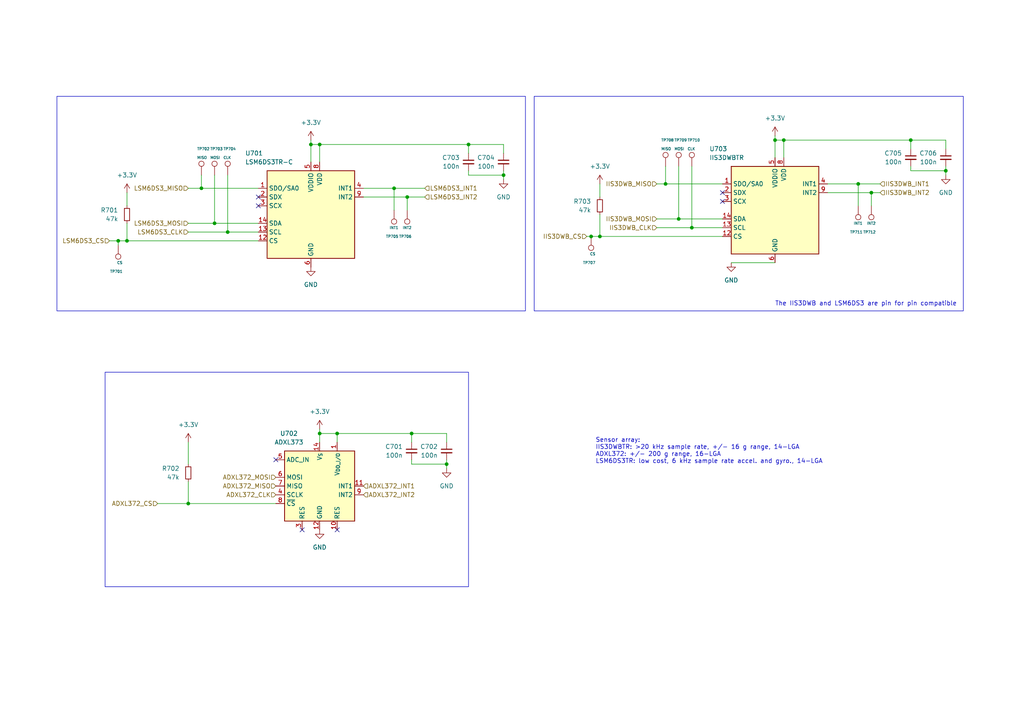
<source format=kicad_sch>
(kicad_sch (version 20231120) (generator "eeschema") (generator_version "8.0")
  (paper "A4")
  (lib_symbols
    (symbol "Connector:TestPoint" (pin_numbers hide) (pin_names (offset 0.762) hide)
      (property "Reference" "TP" (at 0 6.858 0))
      (property "Value" "TestPoint" (at 0 5.08 0))
      (symbol "TestPoint_0_1"
        (circle (center 0 3.302) (radius 0.762))
      )
      (symbol "TestPoint_1_1"
        (pin passive line (at 0 0 90) (length 2.54) (name "1") (number "1"))
      )
    )
    (symbol "Device:C_Small" (pin_numbers hide) (pin_names (offset 0.254) hide)
      (property "Reference" "C" (at 0.254 1.778 0))
      (property "Value" "C_Small" (at 0.254 -2.032 0))
      (symbol "C_Small_0_1"
        (polyline (pts (xy -1.524 -0.508) (xy 1.524 -0.508)) (stroke (width 0.3302)))
        (polyline (pts (xy -1.524 0.508) (xy 1.524 0.508)) (stroke (width 0.3048)))
      )
      (symbol "C_Small_1_1"
        (pin passive line (at 0 2.54 270) (length 2.032) (name "~") (number "1"))
        (pin passive line (at 0 -2.54 90) (length 2.032) (name "~") (number "2"))
      )
    )
    (symbol "Device:R_Small" (pin_numbers hide) (pin_names (offset 0.254) hide)
      (property "Reference" "R" (at 0.762 0.508 0))
      (property "Value" "R_Small" (at 0.762 -1.016 0))
      (symbol "R_Small_0_1"
        (rectangle (start -0.762 1.778) (end 0.762 -1.778) (stroke (width 0.2032)))
      )
      (symbol "R_Small_1_1"
        (pin passive line (at 0 2.54 270) (length 0.762) (name "~") (number "1"))
        (pin passive line (at 0 -2.54 90) (length 0.762) (name "~") (number "2"))
      )
    )
    (symbol "Sensor_Motion:ADXL363"
      (property "Reference" "U" (at -8.89 11.43 0))
      (property "Value" "ADXL363" (at 6.35 11.43 0))
      (symbol "ADXL363_0_1"
        (rectangle (start -10.16 10.16) (end 10.16 -10.16) (stroke (width 0.254)) (fill (type background)))
      )
      (symbol "ADXL363_1_1"
        (pin power_in line (at 5.08 12.7 270) (length 2.54) (name "V_{DD_I/O}") (number "1"))
        (pin passive line (at 5.08 -12.7 90) (length 2.54) (name "RES") (number "10"))
        (pin output line (at 12.7 0 180) (length 2.54) (name "INT1") (number "11"))
        (pin power_in line (at 0 -12.7 90) (length 2.54) (name "GND") (number "12"))
        (pin passive line (at 0 -12.7 90) (length 2.54) hide (name "GND") (number "13"))
        (pin power_in line (at 0 12.7 270) (length 2.54) (name "V_{S}") (number "14"))
        (pin passive line (at 0 -12.7 90) (length 2.54) hide (name "GND") (number "16"))
        (pin passive line (at -5.08 -12.7 90) (length 2.54) (name "RES") (number "3"))
        (pin input line (at -12.7 -2.54 0) (length 2.54) (name "SCLK") (number "4"))
        (pin input line (at -12.7 7.62 0) (length 2.54) (name "ADC_IN") (number "5"))
        (pin input line (at -12.7 2.54 0) (length 2.54) (name "MOSI") (number "6"))
        (pin output line (at -12.7 0 0) (length 2.54) (name "MISO") (number "7"))
        (pin input line (at -12.7 -5.08 0) (length 2.54) (name "~{CS}") (number "8"))
        (pin output line (at 12.7 -2.54 180) (length 2.54) (name "INT2") (number "9"))
      )
    )
    (symbol "Sensor_Motion:LSM6DS3"
      (property "Reference" "U" (at -11.43 15.24 0))
      (property "Value" "LSM6DS3" (at -11.43 12.7 0))
      (symbol "LSM6DS3_0_1"
        (rectangle (start -12.7 12.7) (end 12.7 -12.7) (stroke (width 0.254)) (fill (type background)))
      )
      (symbol "LSM6DS3_1_1"
        (pin bidirectional line (at -15.24 7.62 0) (length 2.54) (name "SDO/SA0") (number "1"))
        (pin no_connect line (at 12.7 -5.08 180) (length 3.81) hide (name "NC") (number "10"))
        (pin no_connect line (at 12.7 -2.54 180) (length 3.81) hide (name "NC") (number "11"))
        (pin input line (at -15.24 -7.62 0) (length 2.54) (name "CS") (number "12"))
        (pin input line (at -15.24 -5.08 0) (length 2.54) (name "SCL") (number "13"))
        (pin bidirectional line (at -15.24 -2.54 0) (length 2.54) (name "SDA") (number "14"))
        (pin bidirectional line (at -15.24 5.08 0) (length 2.54) (name "SDX") (number "2"))
        (pin input line (at -15.24 2.54 0) (length 2.54) (name "SCX") (number "3"))
        (pin output line (at 15.24 7.62 180) (length 2.54) (name "INT1") (number "4"))
        (pin power_in line (at 0 15.24 270) (length 2.54) (name "VDDIO") (number "5"))
        (pin power_in line (at 0 -15.24 90) (length 2.54) (name "GND") (number "6"))
        (pin passive line (at 0 -15.24 90) (length 2.54) hide (name "GND") (number "7"))
        (pin power_in line (at 2.54 15.24 270) (length 2.54) (name "VDD") (number "8"))
        (pin output line (at 15.24 5.08 180) (length 2.54) (name "INT2") (number "9"))
      )
    )
    (symbol "power:+3.3V" (power) (pin_names (offset 0))
      (property "Value" "+3.3V" (at 0 3.556 0))
      (symbol "+3.3V_0_1"
        (polyline (pts (xy -0.762 1.27) (xy 0 2.54)))
        (polyline (pts (xy 0 0) (xy 0 2.54)))
        (polyline (pts (xy 0 2.54) (xy 0.762 1.27)))
      )
      (symbol "+3.3V_1_1"
        (pin power_in line (at 0 0 90) (length 0) hide (name "+3.3V") (number "1"))
      )
    )
    (symbol "power:GND" (power) (pin_names (offset 0))
      (property "Value" "GND" (at 0 -3.81 0))
      (symbol "GND_0_1"
        (polyline (pts (xy 0 0) (xy 0 -1.27) (xy 1.27 -1.27) (xy 0 -2.54) (xy -1.27 -1.27) (xy 0 -1.27)))
      )
      (symbol "GND_1_1"
        (pin power_in line (at 0 0 270) (length 0) hide (name "GND") (number "1"))
      )
    )
  )
  (junction (at 146.05 50.8))
  (junction (at 224.79 40.64))
  (junction (at 118.11 57.15))
  (junction (at 92.71 125.73))
  (junction (at 62.23 64.77))
  (junction (at 90.17 41.91))
  (junction (at 248.92 53.34))
  (junction (at 252.73 55.88))
  (junction (at 135.89 41.91))
  (junction (at 58.42 54.61))
  (junction (at 129.54 134.62))
  (junction (at 171.45 68.58))
  (junction (at 274.32 49.53))
  (junction (at 34.29 69.85))
  (junction (at 173.99 68.58))
  (junction (at 114.3 54.61))
  (junction (at 264.16 40.64))
  (junction (at 227.33 40.64))
  (junction (at 54.61 146.05))
  (junction (at 119.38 125.73))
  (junction (at 193.04 53.34))
  (junction (at 66.04 67.31))
  (junction (at 200.66 66.04))
  (junction (at 92.71 41.91))
  (junction (at 97.79 125.73))
  (junction (at 36.83 69.85))
  (junction (at 196.85 63.5))
  (no_connect (at 74.93 57.15))
  (no_connect (at 209.55 58.42))
  (no_connect (at 80.01 133.35))
  (no_connect (at 74.93 59.69))
  (no_connect (at 97.79 153.67))
  (no_connect (at 87.63 153.67))
  (no_connect (at 209.55 55.88))
  (wire (pts (xy 123.19 54.61) (xy 114.3 54.61)))
  (wire (pts (xy 135.89 41.91) (xy 146.05 41.91)))
  (wire (pts (xy 34.29 69.85) (xy 36.83 69.85)))
  (wire (pts (xy 123.19 57.15) (xy 118.11 57.15)))
  (wire (pts (xy 129.54 125.73) (xy 129.54 128.27)))
  (wire (pts (xy 227.33 40.64) (xy 224.79 40.64)))
  (wire (pts (xy 118.11 57.15) (xy 105.41 57.15)))
  (wire (pts (xy 129.54 134.62) (xy 129.54 135.89)))
  (wire (pts (xy 190.5 53.34) (xy 193.04 53.34)))
  (wire (pts (xy 31.75 69.85) (xy 34.29 69.85)))
  (wire (pts (xy 62.23 50.8) (xy 62.23 64.77)))
  (wire (pts (xy 274.32 48.26) (xy 274.32 49.53)))
  (wire (pts (xy 264.16 48.26) (xy 264.16 49.53)))
  (wire (pts (xy 62.23 64.77) (xy 74.93 64.77)))
  (wire (pts (xy 196.85 48.26) (xy 196.85 63.5)))
  (wire (pts (xy 58.42 54.61) (xy 74.93 54.61)))
  (wire (pts (xy 54.61 64.77) (xy 62.23 64.77)))
  (wire (pts (xy 36.83 64.77) (xy 36.83 69.85)))
  (wire (pts (xy 119.38 134.62) (xy 129.54 134.62)))
  (wire (pts (xy 173.99 68.58) (xy 209.55 68.58)))
  (wire (pts (xy 227.33 40.64) (xy 264.16 40.64)))
  (wire (pts (xy 146.05 49.53) (xy 146.05 50.8)))
  (wire (pts (xy 264.16 40.64) (xy 274.32 40.64)))
  (wire (pts (xy 119.38 133.35) (xy 119.38 134.62)))
  (wire (pts (xy 170.18 68.58) (xy 171.45 68.58)))
  (wire (pts (xy 118.11 57.15) (xy 118.11 60.96)))
  (wire (pts (xy 119.38 125.73) (xy 129.54 125.73)))
  (wire (pts (xy 114.3 54.61) (xy 105.41 54.61)))
  (wire (pts (xy 173.99 53.34) (xy 173.99 57.15)))
  (wire (pts (xy 193.04 53.34) (xy 209.55 53.34)))
  (wire (pts (xy 248.92 53.34) (xy 248.92 59.69)))
  (wire (pts (xy 200.66 48.26) (xy 200.66 66.04)))
  (wire (pts (xy 274.32 40.64) (xy 274.32 43.18)))
  (wire (pts (xy 119.38 125.73) (xy 119.38 128.27)))
  (wire (pts (xy 173.99 62.23) (xy 173.99 68.58)))
  (wire (pts (xy 58.42 50.8) (xy 58.42 54.61)))
  (wire (pts (xy 36.83 55.88) (xy 36.83 59.69)))
  (wire (pts (xy 193.04 48.26) (xy 193.04 53.34)))
  (wire (pts (xy 92.71 41.91) (xy 90.17 41.91)))
  (wire (pts (xy 54.61 54.61) (xy 58.42 54.61)))
  (wire (pts (xy 200.66 66.04) (xy 209.55 66.04)))
  (wire (pts (xy 146.05 41.91) (xy 146.05 44.45)))
  (wire (pts (xy 92.71 125.73) (xy 97.79 125.73)))
  (wire (pts (xy 135.89 50.8) (xy 146.05 50.8)))
  (wire (pts (xy 92.71 46.99) (xy 92.71 41.91)))
  (wire (pts (xy 224.79 39.37) (xy 224.79 40.64)))
  (wire (pts (xy 252.73 55.88) (xy 252.73 59.69)))
  (wire (pts (xy 196.85 63.5) (xy 209.55 63.5)))
  (wire (pts (xy 114.3 54.61) (xy 114.3 60.96)))
  (wire (pts (xy 90.17 41.91) (xy 90.17 46.99)))
  (wire (pts (xy 36.83 69.85) (xy 74.93 69.85)))
  (wire (pts (xy 54.61 146.05) (xy 54.61 139.7)))
  (wire (pts (xy 129.54 133.35) (xy 129.54 134.62)))
  (wire (pts (xy 190.5 66.04) (xy 200.66 66.04)))
  (wire (pts (xy 135.89 41.91) (xy 135.89 44.45)))
  (wire (pts (xy 135.89 49.53) (xy 135.89 50.8)))
  (wire (pts (xy 97.79 125.73) (xy 97.79 128.27)))
  (wire (pts (xy 255.27 55.88) (xy 252.73 55.88)))
  (wire (pts (xy 274.32 49.53) (xy 274.32 50.8)))
  (wire (pts (xy 146.05 50.8) (xy 146.05 52.07)))
  (wire (pts (xy 54.61 128.27) (xy 54.61 134.62)))
  (wire (pts (xy 252.73 55.88) (xy 240.03 55.88)))
  (wire (pts (xy 45.72 146.05) (xy 54.61 146.05)))
  (wire (pts (xy 34.29 69.85) (xy 34.29 71.12)))
  (wire (pts (xy 54.61 67.31) (xy 66.04 67.31)))
  (wire (pts (xy 90.17 40.64) (xy 90.17 41.91)))
  (wire (pts (xy 264.16 49.53) (xy 274.32 49.53)))
  (wire (pts (xy 92.71 124.46) (xy 92.71 125.73)))
  (wire (pts (xy 97.79 125.73) (xy 119.38 125.73)))
  (wire (pts (xy 227.33 45.72) (xy 227.33 40.64)))
  (wire (pts (xy 224.79 76.2) (xy 212.09 76.2)))
  (wire (pts (xy 171.45 68.58) (xy 173.99 68.58)))
  (wire (pts (xy 54.61 146.05) (xy 80.01 146.05)))
  (wire (pts (xy 66.04 67.31) (xy 74.93 67.31)))
  (wire (pts (xy 92.71 125.73) (xy 92.71 128.27)))
  (wire (pts (xy 190.5 63.5) (xy 196.85 63.5)))
  (wire (pts (xy 92.71 41.91) (xy 135.89 41.91)))
  (wire (pts (xy 66.04 50.8) (xy 66.04 67.31)))
  (wire (pts (xy 255.27 53.34) (xy 248.92 53.34)))
  (wire (pts (xy 224.79 40.64) (xy 224.79 45.72)))
  (wire (pts (xy 248.92 53.34) (xy 240.03 53.34)))
  (wire (pts (xy 264.16 40.64) (xy 264.16 43.18)))
  (rectangle (start 16.51 27.94) (end 152.4 90.17))
  (rectangle (start 30.48 107.95) (end 135.89 170.18))
  (rectangle (start 154.94 27.94) (end 279.4 90.17))
  (text "Sensor array:\nIIS3DWBTR: >20 kHz sample rate, +/- 16 g range, 14-LGA\nADXL372: +/- 200 g range, 16-LGA\nLSM6DS3TR: low cost, 6 kHz sample rate accel. and gyro., 14-LGA" (at 172.72 134.62 0) (effects (font (size 1.27 1.27)) (justify left bottom)))
  (text "The IIS3DWB and LSM6DS3 are pin for pin compatible" (at 224.79 88.9 0) (effects (font (size 1.27 1.27)) (justify left bottom)))
  (hierarchical_label "LSM6DS3_CLK" (shape input) (at 54.61 67.31 180))
  (hierarchical_label "IIS3DWB_INT2" (shape input) (at 255.27 55.88 0))
  (hierarchical_label "ADXL372_CS" (shape input) (at 45.72 146.05 180))
  (hierarchical_label "ADXL372_INT2" (shape input) (at 105.41 143.51 0))
  (hierarchical_label "LSM6DS3_MOSI" (shape input) (at 54.61 64.77 180))
  (hierarchical_label "IIS3DWB_MISO" (shape input) (at 190.5 53.34 180))
  (hierarchical_label "LSM6DS3_CS" (shape input) (at 31.75 69.85 180))
  (hierarchical_label "LSM6DS3_INT2" (shape input) (at 123.19 57.15 0))
  (hierarchical_label "LSM6DS3_MISO" (shape input) (at 54.61 54.61 180))
  (hierarchical_label "ADXL372_MOSI" (shape input) (at 80.01 138.43 180))
  (hierarchical_label "IIS3DWB_CS" (shape input) (at 170.18 68.58 180))
  (hierarchical_label "LSM6DS3_INT1" (shape input) (at 123.19 54.61 0))
  (hierarchical_label "ADXL372_INT1" (shape input) (at 105.41 140.97 0))
  (hierarchical_label "IIS3DWB_CLK" (shape input) (at 190.5 66.04 180))
  (hierarchical_label "ADXL372_MISO" (shape input) (at 80.01 140.97 180))
  (hierarchical_label "IIS3DWB_MOSI" (shape input) (at 190.5 63.5 180))
  (hierarchical_label "ADXL372_CLK" (shape input) (at 80.01 143.51 180))
  (hierarchical_label "IIS3DWB_INT1" (shape input) (at 255.27 53.34 0))
  (symbol (lib_id "Device:C_Small") (at 119.38 130.81 0) (mirror y) (unit 1)
    (property "Reference" "C701" (at 116.84 129.54 0) (effects (justify left)))
    (property "Value" "100n" (at 116.84 132.08 0) (effects (justify left)))
    (property "Footprint" "Capacitor_SMD:C_0402_1005Metric" (effects (hide yes)))
    (property "LCSC" "C1525" (effects (hide yes)))
    (instances (project "ActiveImpactor_Control" (path "" (reference "C701") (unit 1))) (project "AccelerometerEval" (path "" (reference "C?") (unit 1)) (path "" (reference "C602") (unit 1))))
  )
  (symbol (lib_id "Device:R_Small") (at 36.83 62.23 0) (mirror y) (unit 1)
    (property "Reference" "R701" (at 34.29 60.96 0) (effects (justify left)))
    (property "Value" "47k" (at 34.29 63.5 0) (effects (justify left)))
    (property "Footprint" "Resistor_SMD:R_0402_1005Metric" (effects (hide yes)))
    (property "LCSC" "C25792" (effects (hide yes)))
  )
  (symbol (lib_id "Connector:TestPoint") (at 193.04 48.26 0) (unit 1) (in_bom no)
    (property "Reference" "TP708" (at 191.77 40.64 0) (effects (font (size 0.762 0.762)) (justify left)))
    (property "Value" "MISO" (at 191.77 43.18 0) (effects (font (size 0.762 0.762)) (justify left)))
    (property "Footprint" "TestPoint:TestPoint_Pad_D1.0mm" (effects (hide yes)))
  )
  (symbol (lib_id "Device:R_Small") (at 54.61 137.16 0) (mirror y) (unit 1)
    (property "Reference" "R702" (at 52.07 135.89 0) (effects (justify left)))
    (property "Value" "47k" (at 52.07 138.43 0) (effects (justify left)))
    (property "Footprint" "Resistor_SMD:R_0402_1005Metric" (effects (hide yes)))
    (property "LCSC" "C25792" (effects (hide yes)))
  )
  (symbol (lib_id "power:+3.3V") (at 90.17 40.64 0) (unit 1)
    (property "Reference" "#PWR0703" (effects (hide yes)))
    (property "Value" "+3.3V" (at 90.17 35.56 0))
    (instances (project "ActiveImpactor_Control" (path "" (reference "#PWR0703") (unit 1))) (project "AccelerometerEval" (path "" (reference "#PWR040") (unit 1)) (path "" (reference "#PWR0601") (unit 1))))
  )
  (symbol (lib_id "Connector:TestPoint") (at 252.73 59.69 180) (unit 1) (in_bom no)
    (property "Reference" "TP712" (at 254 67.31 0) (effects (font (size 0.762 0.762)) (justify left)))
    (property "Value" "INT2" (at 254 64.77 0) (effects (font (size 0.762 0.762)) (justify left)))
    (property "Footprint" "TestPoint:TestPoint_Pad_D1.0mm" (effects (hide yes)))
  )
  (symbol (lib_id "Sensor_Motion:LSM6DS3") (at 90.17 62.23 0) (unit 1)
    (property "Reference" "U701" (at 71.12 44.45 0) (effects (justify left)))
    (property "Value" "LSM6DS3TR-C" (at 71.12 46.99 0) (effects (justify left)))
    (property "Footprint" "Package_LGA:LGA-14_3x2.5mm_P0.5mm_LayoutBorder3x4y" (effects (hide yes)))
    (property "Datasheet" "https://www.st.com/resource/en/datasheet/lsm6ds3tr-c.pdf" (effects (hide yes)))
    (property "LCSC" "C967633" (effects (hide yes)))
    (instances (project "ActiveImpactor_Control" (path "" (reference "U701") (unit 1))) (project "AccelerometerEval" (path "" (reference "U?") (unit 1)) (path "" (reference "U601") (unit 1))))
  )
  (symbol (lib_id "power:+3.3V") (at 224.79 39.37 0) (unit 1)
    (property "Reference" "#PWR0711" (effects (hide yes)))
    (property "Value" "+3.3V" (at 224.79 34.29 0))
    (instances (project "ActiveImpactor_Control" (path "" (reference "#PWR0711") (unit 1))) (project "AccelerometerEval" (path "" (reference "#PWR040") (unit 1)) (path "" (reference "#PWR0607") (unit 1))))
  )
  (symbol (lib_id "power:GND") (at 90.17 77.47 0) (unit 1)
    (property "Reference" "#PWR0704" (effects (hide yes)))
    (property "Value" "GND" (at 90.17 82.55 0))
    (instances (project "ActiveImpactor_Control" (path "" (reference "#PWR0704") (unit 1))) (project "AccelerometerEval" (path "" (reference "#PWR039") (unit 1)) (path "" (reference "#PWR0602") (unit 1))))
  )
  (symbol (lib_id "Device:C_Small") (at 264.16 45.72 0) (mirror y) (unit 1)
    (property "Reference" "C705" (at 261.62 44.45 0) (effects (justify left)))
    (property "Value" "100n" (at 261.62 46.99 0) (effects (justify left)))
    (property "Footprint" "Capacitor_SMD:C_0402_1005Metric" (effects (hide yes)))
    (property "LCSC" "C1525" (effects (hide yes)))
    (instances (project "ActiveImpactor_Control" (path "" (reference "C705") (unit 1))) (project "AccelerometerEval" (path "" (reference "C?") (unit 1)) (path "" (reference "C605") (unit 1))))
  )
  (symbol (lib_id "Connector:TestPoint") (at 200.66 48.26 0) (unit 1) (in_bom no)
    (property "Reference" "TP710" (at 199.39 40.64 0) (effects (font (size 0.762 0.762)) (justify left)))
    (property "Value" "CLK" (at 199.39 43.18 0) (effects (font (size 0.762 0.762)) (justify left)))
    (property "Footprint" "TestPoint:TestPoint_Pad_D1.0mm" (effects (hide yes)))
  )
  (symbol (lib_id "Device:C_Small") (at 146.05 46.99 0) (mirror y) (unit 1)
    (property "Reference" "C704" (at 143.51 45.72 0) (effects (justify left)))
    (property "Value" "100n" (at 143.51 48.26 0) (effects (justify left)))
    (property "Footprint" "Capacitor_SMD:C_0402_1005Metric" (effects (hide yes)))
    (property "LCSC" "C1525" (effects (hide yes)))
    (instances (project "ActiveImpactor_Control" (path "" (reference "C704") (unit 1))) (project "AccelerometerEval" (path "" (reference "C?") (unit 1)) (path "" (reference "C603") (unit 1))))
  )
  (symbol (lib_id "Device:C_Small") (at 135.89 46.99 0) (mirror y) (unit 1)
    (property "Reference" "C703" (at 133.35 45.72 0) (effects (justify left)))
    (property "Value" "100n" (at 133.35 48.26 0) (effects (justify left)))
    (property "Footprint" "Capacitor_SMD:C_0402_1005Metric" (effects (hide yes)))
    (property "LCSC" "C1525" (effects (hide yes)))
    (instances (project "ActiveImpactor_Control" (path "" (reference "C703") (unit 1))) (project "AccelerometerEval" (path "" (reference "C?") (unit 1)) (path "" (reference "C601") (unit 1))))
  )
  (symbol (lib_id "Sensor_Motion:LSM6DS3") (at 224.79 60.96 0) (unit 1)
    (property "Reference" "U703" (at 205.74 43.18 0) (effects (justify left)))
    (property "Value" "IIS3DWBTR" (at 205.74 45.72 0) (effects (justify left)))
    (property "Footprint" "Package_LGA:LGA-14_3x2.5mm_P0.5mm_LayoutBorder3x4y" (effects (hide yes)))
    (property "Datasheet" "https://www.st.com/content/ccc/resource/technical/document/datasheet/group3/14/0e/2b/1d/77/d0/46/f6/DM00501492/files/DM00501492.pdf/jcr:content/translations/en.DM00501492.pdf" (effects (hide yes)))
    (property "LCSC" "C717702" (effects (hide yes)))
    (instances (project "ActiveImpactor_Control" (path "" (reference "U703") (unit 1))) (project "AccelerometerEval" (path "" (reference "U?") (unit 1)) (path "" (reference "U603") (unit 1))))
  )
  (symbol (lib_id "Connector:TestPoint") (at 34.29 71.12 180) (unit 1) (in_bom no)
    (property "Reference" "TP701" (at 35.56 78.74 0) (effects (font (size 0.762 0.762)) (justify left)))
    (property "Value" "CS" (at 35.56 76.2 0) (effects (font (size 0.762 0.762)) (justify left)))
    (property "Footprint" "TestPoint:TestPoint_Pad_D1.0mm" (effects (hide yes)))
  )
  (symbol (lib_id "power:GND") (at 212.09 76.2 0) (unit 1)
    (property "Reference" "#PWR0710" (effects (hide yes)))
    (property "Value" "GND" (at 212.09 81.28 0))
    (instances (project "ActiveImpactor_Control" (path "" (reference "#PWR0710") (unit 1))) (project "AccelerometerEval" (path "" (reference "#PWR039") (unit 1)) (path "" (reference "#PWR0608") (unit 1))))
  )
  (symbol (lib_id "Connector:TestPoint") (at 66.04 50.8 0) (unit 1) (in_bom no)
    (property "Reference" "TP704" (at 64.77 43.18 0) (effects (font (size 0.762 0.762)) (justify left)))
    (property "Value" "CLK" (at 64.77 45.72 0) (effects (font (size 0.762 0.762)) (justify left)))
    (property "Footprint" "TestPoint:TestPoint_Pad_D1.0mm" (effects (hide yes)))
  )
  (symbol (lib_id "power:+3.3V") (at 92.71 124.46 0) (unit 1)
    (property "Reference" "#PWR0705" (effects (hide yes)))
    (property "Value" "+3.3V" (at 92.71 119.38 0))
    (instances (project "ActiveImpactor_Control" (path "" (reference "#PWR0705") (unit 1))) (project "AccelerometerEval" (path "" (reference "#PWR040") (unit 1)) (path "" (reference "#PWR0603") (unit 1))))
  )
  (symbol (lib_id "Connector:TestPoint") (at 58.42 50.8 0) (unit 1) (in_bom no)
    (property "Reference" "TP702" (at 57.15 43.18 0) (effects (font (size 0.762 0.762)) (justify left)))
    (property "Value" "MISO" (at 57.15 45.72 0) (effects (font (size 0.762 0.762)) (justify left)))
    (property "Footprint" "TestPoint:TestPoint_Pad_D1.0mm" (effects (hide yes)))
  )
  (symbol (lib_id "power:+3.3V") (at 36.83 55.88 0) (unit 1)
    (property "Reference" "#PWR0701" (effects (hide yes)))
    (property "Value" "+3.3V" (at 36.83 50.8 0))
    (instances (project "ActiveImpactor_Control" (path "" (reference "#PWR0701") (unit 1))) (project "AccelerometerEval" (path "" (reference "#PWR040") (unit 1)) (path "" (reference "#PWR0601") (unit 1))))
  )
  (symbol (lib_id "Device:C_Small") (at 129.54 130.81 0) (mirror y) (unit 1)
    (property "Reference" "C702" (at 127 129.54 0) (effects (justify left)))
    (property "Value" "100n" (at 127 132.08 0) (effects (justify left)))
    (property "Footprint" "Capacitor_SMD:C_0402_1005Metric" (effects (hide yes)))
    (property "LCSC" "C1525" (effects (hide yes)))
    (instances (project "ActiveImpactor_Control" (path "" (reference "C702") (unit 1))) (project "AccelerometerEval" (path "" (reference "C?") (unit 1)) (path "" (reference "C604") (unit 1))))
  )
  (symbol (lib_id "Connector:TestPoint") (at 196.85 48.26 0) (unit 1) (in_bom no)
    (property "Reference" "TP709" (at 195.58 40.64 0) (effects (font (size 0.762 0.762)) (justify left)))
    (property "Value" "MOSI" (at 195.58 43.18 0) (effects (font (size 0.762 0.762)) (justify left)))
    (property "Footprint" "TestPoint:TestPoint_Pad_D1.0mm" (effects (hide yes)))
  )
  (symbol (lib_id "Device:R_Small") (at 173.99 59.69 0) (mirror y) (unit 1)
    (property "Reference" "R703" (at 171.45 58.42 0) (effects (justify left)))
    (property "Value" "47k" (at 171.45 60.96 0) (effects (justify left)))
    (property "Footprint" "Resistor_SMD:R_0402_1005Metric" (effects (hide yes)))
    (property "LCSC" "C25792" (effects (hide yes)))
  )
  (symbol (lib_id "power:+3.3V") (at 173.99 53.34 0) (unit 1)
    (property "Reference" "#PWR0709" (effects (hide yes)))
    (property "Value" "+3.3V" (at 173.99 48.26 0))
    (instances (project "ActiveImpactor_Control" (path "" (reference "#PWR0709") (unit 1))) (project "AccelerometerEval" (path "" (reference "#PWR040") (unit 1)) (path "" (reference "#PWR0607") (unit 1))))
  )
  (symbol (lib_id "Connector:TestPoint") (at 118.11 60.96 180) (unit 1) (in_bom no)
    (property "Reference" "TP706" (at 119.38 68.58 0) (effects (font (size 0.762 0.762)) (justify left)))
    (property "Value" "INT2" (at 119.38 66.04 0) (effects (font (size 0.762 0.762)) (justify left)))
    (property "Footprint" "TestPoint:TestPoint_Pad_D1.0mm" (effects (hide yes)))
  )
  (symbol (lib_id "Connector:TestPoint") (at 248.92 59.69 180) (unit 1) (in_bom no)
    (property "Reference" "TP711" (at 250.19 67.31 0) (effects (font (size 0.762 0.762)) (justify left)))
    (property "Value" "INT1" (at 250.19 64.77 0) (effects (font (size 0.762 0.762)) (justify left)))
    (property "Footprint" "TestPoint:TestPoint_Pad_D1.0mm" (effects (hide yes)))
  )
  (symbol (lib_id "power:+3.3V") (at 54.61 128.27 0) (unit 1)
    (property "Reference" "#PWR0702" (effects (hide yes)))
    (property "Value" "+3.3V" (at 54.61 123.19 0))
    (instances (project "ActiveImpactor_Control" (path "" (reference "#PWR0702") (unit 1))) (project "AccelerometerEval" (path "" (reference "#PWR040") (unit 1)) (path "" (reference "#PWR0603") (unit 1))))
  )
  (symbol (lib_id "power:GND") (at 92.71 153.67 0) (unit 1)
    (property "Reference" "#PWR0706" (effects (hide yes)))
    (property "Value" "GND" (at 92.71 158.75 0))
    (instances (project "ActiveImpactor_Control" (path "" (reference "#PWR0706") (unit 1))) (project "AccelerometerEval" (path "" (reference "#PWR0604") (unit 1))))
  )
  (symbol (lib_id "Connector:TestPoint") (at 62.23 50.8 0) (unit 1) (in_bom no)
    (property "Reference" "TP703" (at 60.96 43.18 0) (effects (font (size 0.762 0.762)) (justify left)))
    (property "Value" "MOSI" (at 60.96 45.72 0) (effects (font (size 0.762 0.762)) (justify left)))
    (property "Footprint" "TestPoint:TestPoint_Pad_D1.0mm" (effects (hide yes)))
  )
  (symbol (lib_id "Sensor_Motion:ADXL363") (at 92.71 140.97 0) (unit 1)
    (property "Reference" "U702" (at 83.82 125.73 0))
    (property "Value" "ADXL373" (at 83.82 128.27 0))
    (property "Footprint" "Sensor_Motion:Analog_LGA-16_3.25x3mm_P0.5mm_LayoutBorder3x5y" (effects (hide yes)))
    (property "Datasheet" "https://www.analog.com/media/en/technical-documentation/data-sheets/ADXL372.pdf" (effects (hide yes)))
    (property "LCSC" "C3216386" (effects (hide yes)))
    (instances (project "ActiveImpactor_Control" (path "" (reference "U702") (unit 1))) (project "AccelerometerEval" (path "" (reference "U602") (unit 1))))
  )
  (symbol (lib_id "power:GND") (at 129.54 135.89 0) (unit 1)
    (property "Reference" "#PWR0707" (effects (hide yes)))
    (property "Value" "GND" (at 129.54 140.97 0))
    (instances (project "ActiveImpactor_Control" (path "" (reference "#PWR0707") (unit 1))) (project "AccelerometerEval" (path "" (reference "#PWR0606") (unit 1))))
  )
  (symbol (lib_id "Device:C_Small") (at 274.32 45.72 0) (mirror y) (unit 1)
    (property "Reference" "C706" (at 271.78 44.45 0) (effects (justify left)))
    (property "Value" "100n" (at 271.78 46.99 0) (effects (justify left)))
    (property "Footprint" "Capacitor_SMD:C_0402_1005Metric" (effects (hide yes)))
    (property "LCSC" "C1525" (effects (hide yes)))
    (instances (project "ActiveImpactor_Control" (path "" (reference "C706") (unit 1))) (project "AccelerometerEval" (path "" (reference "C?") (unit 1)) (path "" (reference "C606") (unit 1))))
  )
  (symbol (lib_id "Connector:TestPoint") (at 171.45 68.58 180) (unit 1) (in_bom no)
    (property "Reference" "TP707" (at 172.72 76.2 0) (effects (font (size 0.762 0.762)) (justify left)))
    (property "Value" "CS" (at 172.72 73.66 0) (effects (font (size 0.762 0.762)) (justify left)))
    (property "Footprint" "TestPoint:TestPoint_Pad_D1.0mm" (effects (hide yes)))
  )
  (symbol (lib_id "Connector:TestPoint") (at 114.3 60.96 180) (unit 1) (in_bom no)
    (property "Reference" "TP705" (at 115.57 68.58 0) (effects (font (size 0.762 0.762)) (justify left)))
    (property "Value" "INT1" (at 115.57 66.04 0) (effects (font (size 0.762 0.762)) (justify left)))
    (property "Footprint" "TestPoint:TestPoint_Pad_D1.0mm" (effects (hide yes)))
  )
  (symbol (lib_id "power:GND") (at 274.32 50.8 0) (unit 1)
    (property "Reference" "#PWR0712" (effects (hide yes)))
    (property "Value" "GND" (at 274.32 55.88 0))
    (instances (project "ActiveImpactor_Control" (path "" (reference "#PWR0712") (unit 1))) (project "AccelerometerEval" (path "" (reference "#PWR041") (unit 1)) (path "" (reference "#PWR0609") (unit 1))))
  )
  (symbol (lib_id "power:GND") (at 146.05 52.07 0) (unit 1)
    (property "Reference" "#PWR0708" (effects (hide yes)))
    (property "Value" "GND" (at 146.05 57.15 0))
    (instances (project "ActiveImpactor_Control" (path "" (reference "#PWR0708") (unit 1))) (project "AccelerometerEval" (path "" (reference "#PWR041") (unit 1)) (path "" (reference "#PWR0605") (unit 1))))
  )
)
</source>
